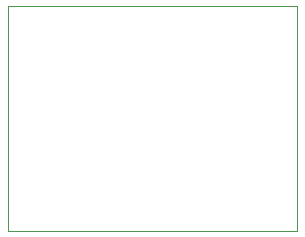
<source format=gko>
G04*
G04 #@! TF.GenerationSoftware,Altium Limited,Altium Designer,18.0.7 (293)*
G04*
G04 Layer_Color=16711935*
%FSLAX25Y25*%
%MOIN*%
G70*
G01*
G75*
%ADD23C,0.00400*%
%ADD24C,0.00402*%
D23*
X214567Y200787D02*
X214571Y275590D01*
D24*
X118110D02*
X214610D01*
X118110Y200787D02*
X214567D01*
X118110D02*
Y275590D01*
M02*

</source>
